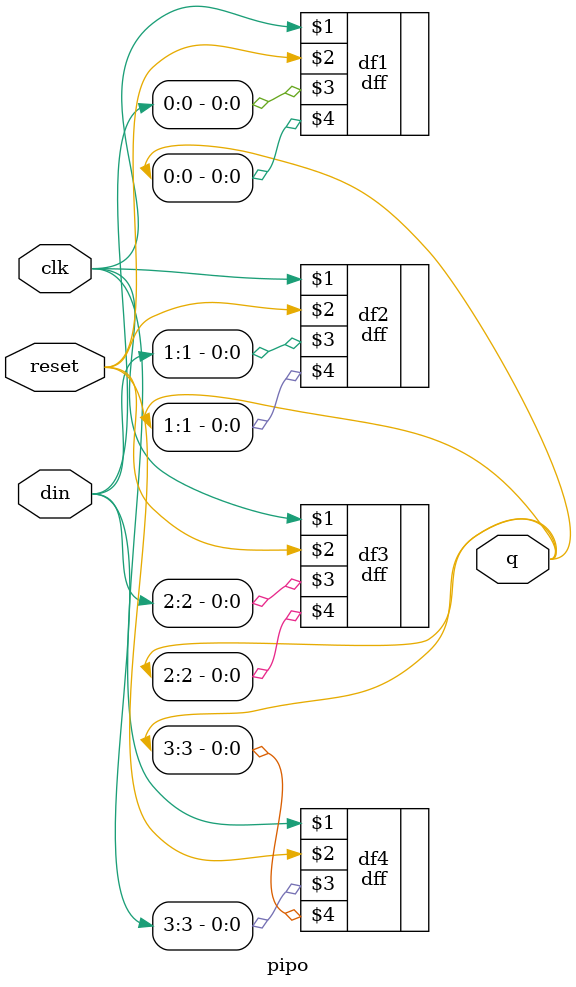
<source format=v>
`timescale 1ns / 1ps


module pipo(
    input clk,
    input reset,
    input [3:0] din,
    output [3:0] q
    );
    
    dff df1(clk , reset , din[0] , q[0]);
    dff df2(clk , reset , din[1] , q[1]);
    dff df3(clk , reset , din[2] , q[2]);
    dff df4(clk , reset , din[3] , q[3]);
endmodule

</source>
